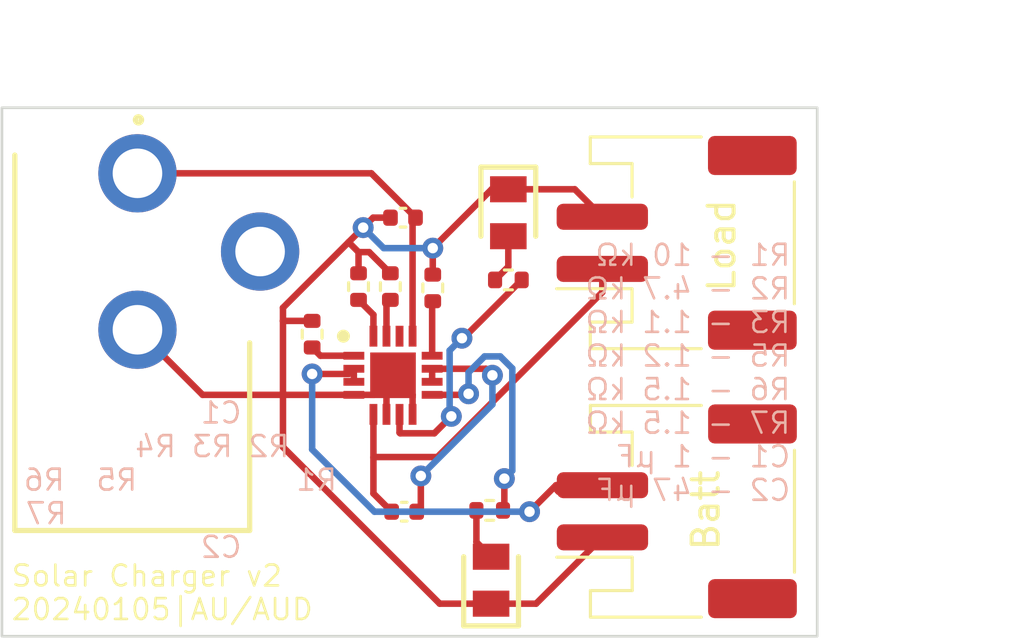
<source format=kicad_pcb>
(kicad_pcb (version 20221018) (generator pcbnew)
  (title_block (title "BQ24074 Solar Charger") (date "2024-01-05") (rev "2") (company "AU/AUD"))
  (layers (0 "F.Cu" signal) (31 "B.Cu" signal) (34 "B.Paste" user) (35 "F.Paste" user) (36 "B.SilkS" user "B.Silkscreen") (37 "F.SilkS" user "F.Silkscreen") (38 "B.Mask" user) (39 "F.Mask" user) (44 "Edge.Cuts" user))
  (net 0 "")
  (net 1 "Net-(IC1-IN)")
  (net 2 "Net-(D1-K)")
  (net 3 "Net-(IC1-OUT_1)")
  (net 4 "Net-(IC1-EN2)")
  (net 5 "Net-(D1-A)")
  (net 6 "Net-(D2-A)")
  (net 7 "Net-(IC1-TS)")
  (net 8 "Net-(IC1-BAT_1)")
  (net 9 "Net-(IC1-~{PGOOD})")
  (net 10 "Net-(IC1-~{CHG})")
  (net 11 "Net-(IC1-ILIM)")
  (net 13 "Net-(IC1-ITERM)")
  (net 14 "Net-(IC1-ISET)")
  (footprint "Connector_JST:JST_PH_S2B-PH-SM4-TB_1x02-1MP_P2.00mm_Horizontal" (layer "F.Cu") (at 172.2172 79.7908 90)
    (fp_text reference "J2" hide)
    (fp_text value "Batt" (at 0.0348 1.1124 90) (layer "F.SilkS"))
    (fp_line (start -4.06 -3.31) (end -3.04 -3.31) (stroke (width 0.12)) (layer "F.SilkS"))
    (fp_line (start -4.06 0.94) (end -4.06 -3.31) (stroke (width 0.12)) (layer "F.SilkS"))
    (fp_line (start -3.04 -3.31) (end -3.04 -1.71) (stroke (width 0.12)) (layer "F.SilkS"))
    (fp_line (start -3.04 -1.71) (end -1.76 -1.71) (stroke (width 0.12)) (layer "F.SilkS"))
    (fp_line (start -2.34 4.51) (end 2.34 4.51) (stroke (width 0.12)) (layer "F.SilkS"))
    (fp_line (start -1.76 -1.71) (end -1.76 -4.6) (stroke (width 0.12)) (layer "F.SilkS"))
    (fp_line (start 3.04 -3.31) (end 3.04 -1.71) (stroke (width 0.12)) (layer "F.SilkS"))
    (fp_line (start 3.04 -1.71) (end 1.76 -1.71) (stroke (width 0.12)) (layer "F.SilkS"))
    (fp_line (start 4.06 -3.31) (end 3.04 -3.31) (stroke (width 0.12)) (layer "F.SilkS"))
    (fp_line (start 4.06 0.94) (end 4.06 -3.31) (stroke (width 0.12)) (layer "F.SilkS"))
    (pad "1" smd roundrect (at -1 -2.85 90) (size 1 3.5) (layers "F.Cu" "F.Paste" "F.Mask") (net 2 "Net-(D1-K)"))
    (pad "2" smd roundrect (at 1 -2.85 90) (size 1 3.5) (layers "F.Cu" "F.Paste" "F.Mask") (net 8 "Net-(IC1-BAT_1)"))
    (pad "MP" smd roundrect (at -3.35 2.9 90) (size 1.5 3.4) (layers "F.Cu" "F.Paste" "F.Mask") (roundrect_rratio 0.1666673333))
    (pad "MP" smd roundrect (at 3.35 2.9 90) (size 1.5 3.4) (layers "F.Cu" "F.Paste" "F.Mask") (roundrect_rratio 0.1666673333))
  )
  (footprint "ProjectLib:LEDC2012X120N" (layer "F.Cu") (at 165.1 82.434 90)
    (fp_text reference "D1" hide)
    (fp_text value "LED" hide)
    (fp_line (start -1.75 -1.05) (end -1.75 1.05) (stroke (width 0.2)) (layer "F.SilkS"))
    (fp_line (start -1.75 1.05) (end 0.9 1.05) (stroke (width 0.2)) (layer "F.SilkS"))
    (fp_line (start 0.9 -1.05) (end -1.75 -1.05) (stroke (width 0.2)) (layer "F.SilkS"))
    (pad "1" smd rect (at -0.9 0 90) (size 1 1.4) (layers "F.Cu" "F.Paste" "F.Mask") (net 2 "Net-(D1-K)"))
    (pad "2" smd rect (at 0.9 0 90) (size 1 1.4) (layers "F.Cu" "F.Paste" "F.Mask") (net 5 "Net-(D1-A)"))
  )
  (footprint "Capacitor_SMD:C_0402_1005Metric" (layer "F.Cu") (at 161.77 79.8068 180)
    (fp_text reference "C2" hide)
    (fp_text value "47 µF" hide)
    (fp_line (start -0.107836 -0.36) (end 0.107836 -0.36) (stroke (width 0.12)) (layer "F.SilkS"))
    (fp_line (start -0.107836 0.36) (end 0.107836 0.36) (stroke (width 0.12)) (layer "F.SilkS"))
    (pad "1" smd roundrect (at -0.48 0 180) (size 0.56 0.62) (layers "F.Cu" "F.Paste" "F.Mask") (net 3 "Net-(IC1-OUT_1)"))
    (pad "2" smd roundrect (at 0.48 0 180) (size 0.56 0.62) (layers "F.Cu" "F.Paste" "F.Mask") (net 4 "Net-(IC1-EN2)"))
  )
  (footprint "Resistor_SMD:R_0402_1005Metric" (layer "F.Cu") (at 161.2392 71.1728 -90)
    (fp_text reference "R3" hide)
    (fp_text value "4.7k" hide)
    (fp_line (start -0.153641 -0.38) (end 0.153641 -0.38) (stroke (width 0.12)) (layer "F.SilkS"))
    (fp_line (start -0.153641 0.38) (end 0.153641 0.38) (stroke (width 0.12)) (layer "F.SilkS"))
    (pad "1" smd roundrect (at -0.51 0 270) (size 0.54 0.64) (layers "F.Cu" "F.Paste" "F.Mask") (net 2 "Net-(D1-K)"))
    (pad "2" smd roundrect (at 0.51 0 270) (size 0.54 0.64) (layers "F.Cu" "F.Paste" "F.Mask") (net 13 "Net-(IC1-ITERM)"))
  )
  (footprint "ProjectLib:LEDC2012X120N" (layer "F.Cu") (at 165.7604 68.3404 -90)
    (fp_text reference "D2" hide)
    (fp_text value "LED" hide)
    (fp_line (start -1.75 -1.05) (end -1.75 1.05) (stroke (width 0.2)) (layer "F.SilkS"))
    (fp_line (start -1.75 1.05) (end 0.9 1.05) (stroke (width 0.2)) (layer "F.SilkS"))
    (fp_line (start 0.9 -1.05) (end -1.75 -1.05) (stroke (width 0.2)) (layer "F.SilkS"))
    (pad "1" smd rect (at -0.9 0 270) (size 1 1.4) (layers "F.Cu" "F.Paste" "F.Mask") (net 2 "Net-(D1-K)"))
    (pad "2" smd rect (at 0.9 0 270) (size 1 1.4) (layers "F.Cu" "F.Paste" "F.Mask") (net 6 "Net-(D2-A)"))
  )
  (footprint "Connector_JST:JST_PH_S2B-PH-SM4-TB_1x02-1MP_P2.00mm_Horizontal" (layer "F.Cu") (at 172.212 69.4944 90)
    (fp_text reference "J3" hide)
    (fp_text value "Load" (at -0.1016 1.7272 90) (layer "F.SilkS"))
    (fp_line (start -4.06 -3.31) (end -3.04 -3.31) (stroke (width 0.12)) (layer "F.SilkS"))
    (fp_line (start -4.06 0.94) (end -4.06 -3.31) (stroke (width 0.12)) (layer "F.SilkS"))
    (fp_line (start -3.04 -3.31) (end -3.04 -1.71) (stroke (width 0.12)) (layer "F.SilkS"))
    (fp_line (start -3.04 -1.71) (end -1.76 -1.71) (stroke (width 0.12)) (layer "F.SilkS"))
    (fp_line (start -2.34 4.51) (end 2.34 4.51) (stroke (width 0.12)) (layer "F.SilkS"))
    (fp_line (start -1.76 -1.71) (end -1.76 -4.6) (stroke (width 0.12)) (layer "F.SilkS"))
    (fp_line (start 3.04 -3.31) (end 3.04 -1.71) (stroke (width 0.12)) (layer "F.SilkS"))
    (fp_line (start 3.04 -1.71) (end 1.76 -1.71) (stroke (width 0.12)) (layer "F.SilkS"))
    (fp_line (start 4.06 -3.31) (end 3.04 -3.31) (stroke (width 0.12)) (layer "F.SilkS"))
    (fp_line (start 4.06 0.94) (end 4.06 -3.31) (stroke (width 0.12)) (layer "F.SilkS"))
    (pad "1" smd roundrect (at -1 -2.85 90) (size 1 3.5) (layers "F.Cu" "F.Paste" "F.Mask") (net 4 "Net-(IC1-EN2)"))
    (pad "2" smd roundrect (at 1 -2.85 90) (size 1 3.5) (layers "F.Cu" "F.Paste" "F.Mask") (net 2 "Net-(D1-K)"))
    (pad "MP" smd roundrect (at -3.35 2.9 90) (size 1.5 3.4) (layers "F.Cu" "F.Paste" "F.Mask") (roundrect_rratio 0.1666673333))
    (pad "MP" smd roundrect (at 3.35 2.9 90) (size 1.5 3.4) (layers "F.Cu" "F.Paste" "F.Mask") (roundrect_rratio 0.1666673333))
  )
  (footprint "Capacitor_SMD:C_0402_1005Metric" (layer "F.Cu") (at 161.7244 68.5292 180)
    (fp_text reference "C1" hide)
    (fp_text value "1 µF" hide)
    (fp_line (start -0.107836 -0.36) (end 0.107836 -0.36) (stroke (width 0.12)) (layer "F.SilkS"))
    (fp_line (start -0.107836 0.36) (end 0.107836 0.36) (stroke (width 0.12)) (layer "F.SilkS"))
    (pad "1" smd roundrect (at -0.48 0 180) (size 0.56 0.62) (layers "F.Cu" "F.Paste" "F.Mask") (net 1 "Net-(IC1-IN)"))
    (pad "2" smd roundrect (at 0.48 0 180) (size 0.56 0.62) (layers "F.Cu" "F.Paste" "F.Mask") (net 2 "Net-(D1-K)"))
  )
  (footprint "Resistor_SMD:R_0402_1005Metric" (layer "F.Cu") (at 165.7624 70.9168 180)
    (fp_text reference "R6" hide)
    (fp_text value "1.5k" hide)
    (fp_line (start -0.153641 -0.38) (end 0.153641 -0.38) (stroke (width 0.12)) (layer "F.SilkS"))
    (fp_line (start -0.153641 0.38) (end 0.153641 0.38) (stroke (width 0.12)) (layer "F.SilkS"))
    (pad "1" smd roundrect (at -0.51 0 180) (size 0.54 0.64) (layers "F.Cu" "F.Paste" "F.Mask") (net 9 "Net-(IC1-~{PGOOD})"))
    (pad "2" smd roundrect (at 0.51 0 180) (size 0.54 0.64) (layers "F.Cu" "F.Paste" "F.Mask") (net 6 "Net-(D2-A)"))
  )
  (footprint "Resistor_SMD:R_0402_1005Metric" (layer "F.Cu") (at 165.0472 79.756 180)
    (fp_text reference "R5" hide)
    (fp_text value "1.5k" hide)
    (fp_line (start -0.153641 -0.38) (end 0.153641 -0.38) (stroke (width 0.12)) (layer "F.SilkS"))
    (fp_line (start -0.153641 0.38) (end 0.153641 0.38) (stroke (width 0.12)) (layer "F.SilkS"))
    (pad "1" smd roundrect (at -0.51 0 180) (size 0.54 0.64) (layers "F.Cu" "F.Paste" "F.Mask") (net 10 "Net-(IC1-~{CHG})"))
    (pad "2" smd roundrect (at 0.51 0 180) (size 0.54 0.64) (layers "F.Cu" "F.Paste" "F.Mask") (net 5 "Net-(D1-A)"))
  )
  (footprint "Resistor_SMD:R_0402_1005Metric" (layer "F.Cu") (at 162.8648 71.2236 90)
    (fp_text reference "R4" hide)
    (fp_text value "1.2k" hide)
    (fp_line (start -0.153641 -0.38) (end 0.153641 -0.38) (stroke (width 0.12)) (layer "F.SilkS"))
    (fp_line (start -0.153641 0.38) (end 0.153641 0.38) (stroke (width 0.12)) (layer "F.SilkS"))
    (pad "1" smd roundrect (at -0.51 0 90) (size 0.54 0.64) (layers "F.Cu" "F.Paste" "F.Mask") (net 11 "Net-(IC1-ILIM)"))
    (pad "2" smd roundrect (at 0.51 0 90) (size 0.54 0.64) (layers "F.Cu" "F.Paste" "F.Mask") (net 2 "Net-(D1-K)"))
  )
  (footprint "ProjectLib:QFN50P300X300X100-17N-D" (layer "F.Cu") (at 161.3408 74.5744)
    (fp_text reference "IC1" hide)
    (fp_text value "BQ24074RGTT" hide)
    (fp_circle (center -1.9 -1.5) (end -1.9 -1.375) (stroke (width 0.25)) (fill none) (layer "F.SilkS"))
    (pad "1" smd rect (at -1.5 -0.75 90) (size 0.3 0.8) (layers "F.Cu" "F.Paste" "F.Mask") (net 7 "Net-(IC1-TS)"))
    (pad "2" smd rect (at -1.5 -0.25 90) (size 0.3 0.8) (layers "F.Cu" "F.Paste" "F.Mask") (net 8 "Net-(IC1-BAT_1)"))
    (pad "3" smd rect (at -1.5 0.25 90) (size 0.3 0.8) (layers "F.Cu" "F.Paste" "F.Mask") (net 8 "Net-(IC1-BAT_1)"))
    (pad "4" smd rect (at -1.5 0.75 90) (size 0.3 0.8) (layers "F.Cu" "F.Paste" "F.Mask") (net 2 "Net-(D1-K)"))
    (pad "5" smd rect (at -0.75 1.5) (size 0.3 0.8) (layers "F.Cu" "F.Paste" "F.Mask") (net 4 "Net-(IC1-EN2)"))
    (pad "6" smd rect (at -0.25 1.5) (size 0.3 0.8) (layers "F.Cu" "F.Paste" "F.Mask") (net 2 "Net-(D1-K)"))
    (pad "7" smd rect (at 0.25 1.5) (size 0.3 0.8) (layers "F.Cu" "F.Paste" "F.Mask") (net 9 "Net-(IC1-~{PGOOD})"))
    (pad "8" smd rect (at 0.75 1.5) (size 0.3 0.8) (layers "F.Cu" "F.Paste" "F.Mask") (net 2 "Net-(D1-K)"))
    (pad "9" smd rect (at 1.5 0.75 90) (size 0.3 0.8) (layers "F.Cu" "F.Paste" "F.Mask") (net 10 "Net-(IC1-~{CHG})"))
    (pad "10" smd rect (at 1.5 0.25 90) (size 0.3 0.8) (layers "F.Cu" "F.Paste" "F.Mask") (net 3 "Net-(IC1-OUT_1)"))
    (pad "11" smd rect (at 1.5 -0.25 90) (size 0.3 0.8) (layers "F.Cu" "F.Paste" "F.Mask") (net 3 "Net-(IC1-OUT_1)"))
    (pad "12" smd rect (at 1.5 -0.75 90) (size 0.3 0.8) (layers "F.Cu" "F.Paste" "F.Mask") (net 11 "Net-(IC1-ILIM)"))
    (pad "13" smd rect (at 0.75 -1.5) (size 0.3 0.8) (layers "F.Cu" "F.Paste" "F.Mask") (net 1 "Net-(IC1-IN)"))
    (pad "14" smd rect (at 0.25 -1.5) (size 0.3 0.8) (layers "F.Cu" "F.Paste" "F.Mask"))
    (pad "15" smd rect (at -0.25 -1.5) (size 0.3 0.8) (layers "F.Cu" "F.Paste" "F.Mask") (net 13 "Net-(IC1-ITERM)"))
    (pad "16" smd rect (at -0.75 -1.5) (size 0.3 0.8) (layers "F.Cu" "F.Paste" "F.Mask") (net 14 "Net-(IC1-ISET)"))
    (pad "17" smd rect (at 0 0) (size 1.75 1.75) (layers "F.Cu" "F.Paste" "F.Mask") (net 2 "Net-(D1-K)"))
  )
  (footprint "ProjectLib:PJ-102AH" (layer "F.Cu") (at 155.8476 69.828125 180)
    (fp_text reference "J1" hide)
    (fp_text value "PJ-102AH" hide)
    (fp_line (start 0 -10.7) (end 0 -3.5) (stroke (width 0.2)) (layer "F.SilkS"))
    (fp_line (start 9 -10.7) (end 0 -10.7) (stroke (width 0.2)) (layer "F.SilkS"))
    (fp_line (start 9 3.7) (end 9 -10.7) (stroke (width 0.2)) (layer "F.SilkS"))
    (fp_circle (center 4.261 5.051) (end 4.261 5.16985) (stroke (width 0.2)) (fill none) (layer "F.SilkS"))
    (pad "1" thru_hole circle (at 4.3 3 180) (size 3 3) (drill 1.9) (layers "*.Cu" "*.Mask") (net 1 "Net-(IC1-IN)"))
    (pad "2" thru_hole circle (at 4.3 -3 180) (size 3 3) (drill 1.9) (layers "*.Cu" "*.Mask") (net 2 "Net-(D1-K)"))
    (pad "3" thru_hole circle (at -0.4 0 180) (size 3 3) (drill 1.9) (layers "*.Cu" "*.Mask"))
  )
  (footprint "Resistor_SMD:R_0402_1005Metric" (layer "F.Cu") (at 158.242 72.9976 -90)
    (fp_text reference "R1" hide)
    (fp_text value "10k" hide)
    (fp_line (start -0.153641 -0.38) (end 0.153641 -0.38) (stroke (width 0.12)) (layer "F.SilkS"))
    (fp_line (start -0.153641 0.38) (end 0.153641 0.38) (stroke (width 0.12)) (layer "F.SilkS"))
    (pad "1" smd roundrect (at -0.51 0 270) (size 0.54 0.64) (layers "F.Cu" "F.Paste" "F.Mask") (net 2 "Net-(D1-K)"))
    (pad "2" smd roundrect (at 0.51 0 270) (size 0.54 0.64) (layers "F.Cu" "F.Paste" "F.Mask") (net 7 "Net-(IC1-TS)"))
  )
  (footprint "Resistor_SMD:R_0402_1005Metric" (layer "F.Cu") (at 160.02 71.1728 90)
    (fp_text reference "R2" hide)
    (fp_text value "1.1k" hide)
    (fp_line (start -0.153641 -0.38) (end 0.153641 -0.38) (stroke (width 0.12)) (layer "F.SilkS"))
    (fp_line (start -0.153641 0.38) (end 0.153641 0.38) (stroke (width 0.12)) (layer "F.SilkS"))
    (pad "1" smd roundrect (at -0.51 0 90) (size 0.54 0.64) (layers "F.Cu" "F.Paste" "F.Mask") (net 14 "Net-(IC1-ISET)"))
    (pad "2" smd roundrect (at 0.51 0 90) (size 0.54 0.64) (layers "F.Cu" "F.Paste" "F.Mask") (net 2 "Net-(D1-K)"))
  )
  (gr_rect (start 146.3548 64.3128) (end 177.5968 84.582) (stroke (width 0.1)) (fill none) (layer "Edge.Cuts"))
  (gr_text "R1 - 10 kΩ\nR2 - 4.7 kΩ\nR3 - 1.1 kΩ\nR5 - 1.2 kΩ\nR6 - 1.5 kΩ\nR7 - 1.5 kΩ\nC1 - 1 µF\nC2 - 47 µF" (at 176.6316 79.4512) (layer "B.SilkS") (effects (font (size 0.8 0.8) (thickness 0.1)) (justify left bottom mirror)))
  (gr_text "      C1\n   R2 R3 R4\nR1          R5  R6\n                 R7\n      C2" (at 159.258 81.6356) (layer "B.SilkS") (effects (font (size 0.8 0.8) (thickness 0.1)) (justify left bottom mirror)))
  (gr_text "Solar Charger v2\n20240105|AU/AUD" (at 146.6596 84.0232) (layer "F.SilkS") (effects (font (size 0.8 0.8) (thickness 0.1)) (justify left bottom)))
  (segment (start 162.2044 68.521591) (end 162.2044 68.5292) (width 0.25) (layer "F.Cu") (net 1))
  (segment (start 162.0908 68.6428) (end 162.2044 68.5292) (width 0.25) (layer "F.Cu") (net 1))
  (segment (start 162.0908 73.0744) (end 162.0908 68.6428) (width 0.25) (layer "F.Cu") (net 1))
  (segment (start 151.5476 66.828125) (end 160.510934 66.828125) (width 0.25) (layer "F.Cu") (net 1))
  (segment (start 160.510934 66.828125) (end 162.2044 68.521591) (width 0.25) (layer "F.Cu") (net 1))
  (segment (start 165.7604 67.4404) (end 165.122 67.4404) (width 0.25) (layer "F.Cu") (net 2))
  (segment (start 162.8648 70.7136) (end 162.8648 69.6976) (width 0.25) (layer "F.Cu") (net 2))
  (segment (start 160.02 70.6628) (end 160.02 69.85) (width 0.25) (layer "F.Cu") (net 2))
  (segment (start 159.639 69.469) (end 157.1244 71.9836) (width 0.25) (layer "F.Cu") (net 2))
  (segment (start 160.5908 75.3244) (end 159.8408 75.3244) (width 0.25) (layer "F.Cu") (net 2))
  (segment (start 161.3408 74.5744) (end 160.5908 75.3244) (width 0.25) (layer "F.Cu") (net 2))
  (segment (start 165.122 67.4404) (end 162.8648 69.6976) (width 0.25) (layer "F.Cu") (net 2))
  (segment (start 160.1978 68.9102) (end 159.639 69.469) (width 0.25) (layer "F.Cu") (net 2))
  (segment (start 165.1 83.334) (end 166.824 83.334) (width 0.25) (layer "F.Cu") (net 2))
  (segment (start 151.5476 72.828125) (end 154.043875 75.3244) (width 0.25) (layer "F.Cu") (net 2))
  (segment (start 166.824 83.334) (end 169.3672 80.7908) (width 0.25) (layer "F.Cu") (net 2))
  (segment (start 160.5788 68.5292) (end 160.1978 68.9102) (width 0.25) (layer "F.Cu") (net 2))
  (segment (start 165.7604 67.4404) (end 168.308 67.4404) (width 0.25) (layer "F.Cu") (net 2))
  (segment (start 157.1244 71.9836) (end 157.1244 72.4916) (width 0.25) (layer "F.Cu") (net 2))
  (segment (start 162.0908 76.0744) (end 162.0908 75.3244) (width 0.25) (layer "F.Cu") (net 2))
  (segment (start 160.4264 69.85) (end 160.02 69.85) (width 0.25) (layer "F.Cu") (net 2))
  (segment (start 154.043875 75.3244) (end 157.1244 75.3244) (width 0.25) (layer "F.Cu") (net 2))
  (segment (start 157.1244 77.326905) (end 157.1244 75.3244) (width 0.25) (layer "F.Cu") (net 2))
  (segment (start 157.1244 72.4916) (end 157.1244 75.3244) (width 0.25) (layer "F.Cu") (net 2))
  (segment (start 157.1244 75.3244) (end 159.8408 75.3244) (width 0.25) (layer "F.Cu") (net 2))
  (segment (start 161.0908 76.0744) (end 161.0908 74.8244) (width 0.25) (layer "F.Cu") (net 2))
  (segment (start 168.308 67.4404) (end 169.362 68.4944) (width 0.25) (layer "F.Cu") (net 2))
  (segment (start 158.242 72.4876) (end 157.1284 72.4876) (width 0.25) (layer "F.Cu") (net 2))
  (segment (start 160.02 69.85) (end 159.639 69.469) (width 0.25) (layer "F.Cu") (net 2))
  (segment (start 162.0908 75.3244) (end 161.3408 74.5744) (width 0.25) (layer "F.Cu") (net 2))
  (segment (start 161.0908 74.8244) (end 161.3408 74.5744) (width 0.25) (layer "F.Cu") (net 2))
  (segment (start 165.1 83.334) (end 163.131495 83.334) (width 0.25) (layer "F.Cu") (net 2))
  (segment (start 157.1284 72.4876) (end 157.1244 72.4916) (width 0.25) (layer "F.Cu") (net 2))
  (segment (start 163.131495 83.334) (end 157.1244 77.326905) (width 0.25) (layer "F.Cu") (net 2))
  (segment (start 161.2444 68.5292) (end 160.5788 68.5292) (width 0.25) (layer "F.Cu") (net 2))
  (segment (start 161.2392 70.6628) (end 160.4264 69.85) (width 0.25) (layer "F.Cu") (net 2))
  (via (at 162.8648 69.6976) (size 0.8) (drill 0.4) (layers "F.Cu" "B.Cu") (net 2))
  (via (at 160.1978 68.9102) (size 0.8) (drill 0.4) (layers "F.Cu" "B.Cu") (net 2))
  (segment (start 162.8648 69.6976) (end 160.9852 69.6976) (width 0.25) (layer "B.Cu") (net 2))
  (segment (start 160.9852 69.6976) (end 160.1978 68.9102) (width 0.25) (layer "B.Cu") (net 2))
  (segment (start 164.9008 74.3244) (end 165.1508 74.5744) (width 0.25) (layer "F.Cu") (net 3))
  (segment (start 162.8408 74.3244) (end 162.8408 74.8244) (width 0.25) (layer "F.Cu") (net 3))
  (segment (start 162.4076 79.6492) (end 162.25 79.8068) (width 0.25) (layer "F.Cu") (net 3))
  (segment (start 162.4076 78.4352) (end 162.4076 79.6492) (width 0.25) (layer "F.Cu") (net 3))
  (segment (start 162.8408 74.3244) (end 164.9008 74.3244) (width 0.25) (layer "F.Cu") (net 3))
  (via (at 162.4076 78.4352) (size 0.8) (drill 0.4) (layers "F.Cu" "B.Cu") (net 3))
  (via (at 165.1508 74.5744) (size 0.8) (drill 0.4) (layers "F.Cu" "B.Cu") (net 3))
  (segment (start 165.1508 74.5744) (end 165.1508 75.692) (width 0.25) (layer "B.Cu") (net 3))
  (segment (start 165.1508 75.692) (end 162.4076 78.4352) (width 0.25) (layer "B.Cu") (net 3))
  (segment (start 160.5908 76.0744) (end 160.5908 79.1076) (width 0.25) (layer "F.Cu") (net 4))
  (segment (start 163.040305 77.7102) (end 160.6046 77.7102) (width 0.25) (layer "F.Cu") (net 4))
  (segment (start 160.6046 77.7102) (end 160.5908 77.724) (width 0.25) (layer "F.Cu") (net 4))
  (segment (start 160.5908 79.1076) (end 161.29 79.8068) (width 0.25) (layer "F.Cu") (net 4))
  (segment (start 169.362 70.4944) (end 169.362 71.388505) (width 0.25) (layer "F.Cu") (net 4))
  (segment (start 169.362 71.388505) (end 163.040305 77.7102) (width 0.25) (layer "F.Cu") (net 4))
  (segment (start 164.5372 80.9712) (end 165.1 81.534) (width 0.25) (layer "F.Cu") (net 5))
  (segment (start 164.5372 79.756) (end 164.5372 80.9712) (width 0.25) (layer "F.Cu") (net 5))
  (segment (start 165.7604 69.2404) (end 165.7604 70.4088) (width 0.25) (layer "F.Cu") (net 6))
  (segment (start 165.7604 70.4088) (end 165.2524 70.9168) (width 0.25) (layer "F.Cu") (net 6))
  (segment (start 158.5588 73.8244) (end 158.242 73.5076) (width 0.25) (layer "F.Cu") (net 7))
  (segment (start 159.8408 73.8244) (end 158.5588 73.8244) (width 0.25) (layer "F.Cu") (net 7))
  (segment (start 159.6416 74.5236) (end 159.8408 74.3244) (width 0.25) (layer "F.Cu") (net 8))
  (segment (start 158.242 74.5236) (end 159.6416 74.5236) (width 0.25) (layer "F.Cu") (net 8))
  (segment (start 167.5892 78.7908) (end 166.5732 79.8068) (width 0.25) (layer "F.Cu") (net 8))
  (segment (start 169.3672 78.7908) (end 167.5892 78.7908) (width 0.25) (layer "F.Cu") (net 8))
  (segment (start 167.6908 79.0448) (end 167.64 78.994) (width 0.25) (layer "F.Cu") (net 8))
  (segment (start 159.8408 74.8244) (end 159.8408 74.3244) (width 0.25) (layer "F.Cu") (net 8))
  (via (at 158.242 74.5236) (size 0.8) (drill 0.4) (layers "F.Cu" "B.Cu") (net 8))
  (via (at 166.5732 79.8068) (size 0.8) (drill 0.4) (layers "F.Cu" "B.Cu") (net 8))
  (segment (start 166.5732 79.8068) (end 160.6296 79.8068) (width 0.25) (layer "B.Cu") (net 8))
  (segment (start 160.6296 79.8068) (end 158.242 77.4192) (width 0.25) (layer "B.Cu") (net 8))
  (segment (start 158.242 77.4192) (end 158.242 74.5236) (width 0.25) (layer "B.Cu") (net 8))
  (segment (start 161.5908 76.7744) (end 161.6158 76.7994) (width 0.25) (layer "F.Cu") (net 9))
  (segment (start 162.9258 76.7994) (end 163.576 76.1492) (width 0.25) (layer "F.Cu") (net 9))
  (segment (start 161.5908 76.0744) (end 161.5908 76.7744) (width 0.25) (layer "F.Cu") (net 9))
  (segment (start 161.6158 76.7994) (end 162.9258 76.7994) (width 0.25) (layer "F.Cu") (net 9))
  (segment (start 164.0372 73.152) (end 163.9824 73.152) (width 0.25) (layer "F.Cu") (net 9))
  (segment (start 166.2724 70.9168) (end 164.0372 73.152) (width 0.25) (layer "F.Cu") (net 9))
  (via (at 163.576 76.1492) (size 0.8) (drill 0.4) (layers "F.Cu" "B.Cu") (net 9))
  (via (at 163.9824 73.152) (size 0.8) (drill 0.4) (layers "F.Cu" "B.Cu") (net 9))
  (segment (start 163.5114 73.623) (end 163.9824 73.152) (width 0.25) (layer "B.Cu") (net 9))
  (segment (start 163.5114 76.0846) (end 163.5114 73.623) (width 0.25) (layer "B.Cu") (net 9))
  (segment (start 163.576 76.1492) (end 163.5114 76.0846) (width 0.25) (layer "B.Cu") (net 9))
  (segment (start 162.8408 75.3244) (end 164.1976 75.3244) (width 0.25) (layer "F.Cu") (net 10))
  (segment (start 165.608 79.7052) (end 165.5572 79.756) (width 0.25) (layer "F.Cu") (net 10))
  (segment (start 164.1976 75.3244) (end 164.2364 75.2856) (width 0.25) (layer "F.Cu") (net 10))
  (segment (start 165.608 78.5368) (end 165.608 79.7052) (width 0.25) (layer "F.Cu") (net 10))
  (via (at 165.608 78.5368) (size 0.8) (drill 0.4) (layers "F.Cu" "B.Cu") (net 10))
  (via (at 164.2364 75.2856) (size 0.8) (drill 0.4) (layers "F.Cu" "B.Cu") (net 10))
  (segment (start 165.9128 74.311095) (end 165.9128 78.232) (width 0.25) (layer "B.Cu") (net 10))
  (segment (start 164.2364 74.463495) (end 164.850495 73.8494) (width 0.25) (layer "B.Cu") (net 10))
  (segment (start 165.451105 73.8494) (end 165.9128 74.311095) (width 0.25) (layer "B.Cu") (net 10))
  (segment (start 164.2364 75.2856) (end 164.2364 74.463495) (width 0.25) (layer "B.Cu") (net 10))
  (segment (start 165.9128 78.232) (end 165.608 78.5368) (width 0.25) (layer "B.Cu") (net 10))
  (segment (start 164.850495 73.8494) (end 165.451105 73.8494) (width 0.25) (layer "B.Cu") (net 10))
  (segment (start 162.8408 71.7576) (end 162.8648 71.7336) (width 0.25) (layer "F.Cu") (net 11))
  (segment (start 162.8408 73.8244) (end 162.8408 71.7576) (width 0.25) (layer "F.Cu") (net 11))
  (segment (start 161.0908 71.8312) (end 161.2392 71.6828) (width 0.25) (layer "F.Cu") (net 13))
  (segment (start 161.0908 73.0744) (end 161.0908 71.8312) (width 0.25) (layer "F.Cu") (net 13))
  (segment (start 160.5908 72.2536) (end 160.02 71.6828) (width 0.25) (layer "F.Cu") (net 14))
  (segment (start 160.5908 73.0744) (end 160.5908 72.2536) (width 0.25) (layer "F.Cu") (net 14))
)
</source>
